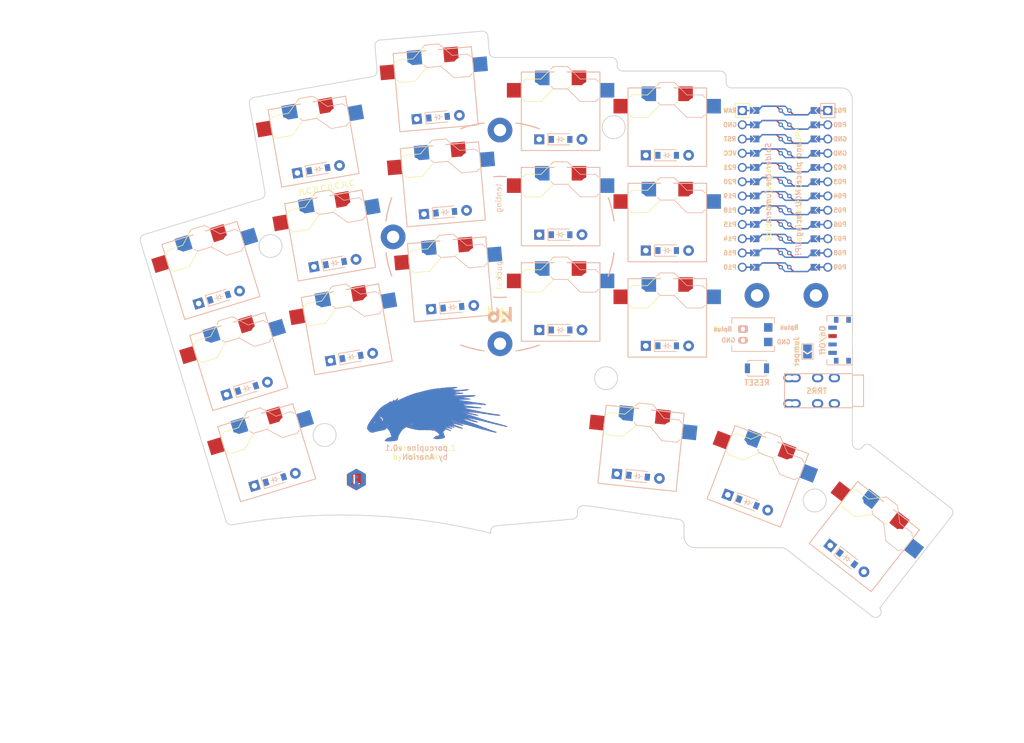
<source format=kicad_pcb>
(kicad_pcb (version 20221018) (generator pcbnew)
  (title_block (title "porcupine") (rev "v0.0.1") (company "Anarion"))
  (layers (0 "F.Cu" signal) (31 "B.Cu" signal) (34 "B.Paste" user) (35 "F.Paste" user) (36 "B.SilkS" user "B.Silkscreen") (37 "F.SilkS" user "F.Silkscreen") (38 "B.Mask" user) (39 "F.Mask" user) (44 "Edge.Cuts" user))
  (net 0 "")
  (net 1 "pinky_bottom")
  (net 2 "P20")
  (net 3 "pinky_home")
  (net 4 "pinky_top")
  (net 5 "ring_bottom")
  (net 6 "P19")
  (net 7 "ring_home")
  (net 8 "ring_top")
  (net 9 "middle_bottom")
  (net 10 "P18")
  (net 11 "middle_home")
  (net 12 "middle_top")
  (net 13 "index_bottom")
  (net 14 "P15")
  (net 15 "index_home")
  (net 16 "index_top")
  (net 17 "inner_bottom")
  (net 18 "P14")
  (net 19 "inner_home")
  (net 20 "inner_top")
  (net 21 "near_thumb")
  (net 22 "home_thumb")
  (net 23 "far_thumb")
  (net 24 "P6")
  (net 25 "P5")
  (net 26 "P4")
  (net 27 "RAW")
  (net 28 "GND")
  (net 29 "RST")
  (net 30 "VCC")
  (net 31 "P21")
  (net 32 "P16")
  (net 33 "P10")
  (net 34 "P1")
  (net 35 "P0")
  (net 36 "P2")
  (net 37 "P3")
  (net 38 "P7")
  (net 39 "P8")
  (net 40 "P9")
  (net 41 "Bplus")
  (footprint "lib:bat2p0" (layer "F.Cu") (at 259.911087 129.683517)
    (fp_text reference "_2" hide)
    (fp_text value "" hide)
  )
  (footprint "Diode_SMD:SOD-123" (layer "F.Cu") (at 205.574253 90.896635 5)
    (fp_text reference "D9" hide)
    (fp_text value "D_SOD-123")
  )
  (footprint "Jumper:SolderJumper-2_P1.3mm_Open_TrianglePad1.0x1.5mm" (layer "F.Cu") (at 271.411087 132.683517 -90)
    (fp_text reference "J2" hide)
    (fp_text value "Jumper")
  )
  (footprint "PG1350" (layer "F.Cu") (at 241.75167 149.95235 -6)
    (fp_text reference "S16" hide)
    (fp_text value "" hide)
  )
  (footprint "Button_Switch_SMD:SW_SPDT_PCM12" (layer "F.Cu") (at 277.311087 130.683517 90)
    (fp_text reference "_3" hide)
    (fp_text value "")
  )
  (footprint "PG1350" (layer "F.Cu") (at 227.411087 89.850184)
    (fp_text reference "S12" hide)
    (fp_text value "" hide)
  )
  (footprint "PG1350" (layer "F.Cu") (at 227.411087 123.850184)
    (fp_text reference "S10" hide)
    (fp_text value "" hide)
  )
  (footprint "Diode_SMD:SOD-123" (layer "F.Cu") (at 260.764968 159.615123 -21)
    (fp_text reference "D17" hide)
    (fp_text value "D_SOD-123")
  )
  (footprint "PG1350" (layer "F.Cu") (at 183.38711 95.254933 10)
    (fp_text reference "S6" hide)
    (fp_text value "" hide)
  )
  (footprint "Diode_SMD:SOD-123" (layer "F.Cu") (at 166.550902 123.009981 17)
    (fp_text reference "D3" hide)
    (fp_text value "D_SOD-123")
  )
  (footprint "PG1350" (layer "F.Cu") (at 246.411087 109.683517)
    (fp_text reference "S14" hide)
    (fp_text value "" hide)
  )
  (footprint "Porcupine Logo" (layer "F.Cu") (at 205.411087 143.850184)
    (fp_text reference "LOGO_F" hide)
    (fp_text value "" hide)
  )
  (footprint "Side Indicator" (layer "F.Cu") (at 189.611087 154.450184)
    (fp_text reference "Side_F" hide)
    (fp_text value "" hide)
  )
  (footprint "PG1350" (layer "F.Cu") (at 206.420883 102.868402 5)
    (fp_text reference "S8" hide)
    (fp_text value "" hide)
  )
  (footprint "PG1350" (layer "F.Cu") (at 165.089043 118.228457 17)
    (fp_text reference "S3" hide)
    (fp_text value "" hide)
  )
  (footprint "Diode_SMD:SOD-123" (layer "F.Cu") (at 184.25535 100.178972 10)
    (fp_text reference "D6" hide)
    (fp_text value "D_SOD-123")
  )
  (footprint "PG1350" (layer "F.Cu") (at 205.138474 85.915661 5)
    (fp_text reference "S9" hide)
    (fp_text value "" hide)
  )
  (footprint "ProMicro" (layer "F.Cu") (at 267.411087 103.683517 -90)
    (fp_text reference "MCU1" hide)
    (fp_text value "")
  )
  (footprint "Tenting Puck" (layer "F.Cu") (at 216.611087 112.250184)
    (fp_text reference "_7" hide)
    (fp_text value "Tenting Puck")
  )
  (footprint "Diode_SMD:SOD-123" (layer "F.Cu") (at 227.411087 111.850184)
    (fp_text reference "D11" hide)
    (fp_text value "D_SOD-123")
  )
  (footprint "TRRS-PJ-320A-dual" (layer "F.Cu") (at 279.411087 139.683517 -90)
    (fp_text reference "TRRS_F")
    (fp_text value "AudioJack4" hide)
  )
  (footprint "PG1350" (layer "F.Cu") (at 175.029681 150.742819 17)
    (fp_text reference "S1" hide)
    (fp_text value "" hide)
  )
  (footprint "SMDPad" (layer "F.Cu") (at 264.411087 128.383517)
    (fp_text reference "PAD1" hide)
    (fp_text value "" hide)
  )
  (footprint "PG1350" (layer "F.Cu") (at 246.411087 92.683517)
    (fp_text reference "S15" hide)
    (fp_text value "" hide)
  )
  (footprint "Diode_SMD:SOD-123" (layer "F.Cu") (at 176.49154 155.524343 17)
    (fp_text reference "D1" hide)
    (fp_text value "D_SOD-123")
  )
  (footprint "PG1350" (layer "F.Cu") (at 246.411087 126.683517)
    (fp_text reference "S13" hide)
    (fp_text value "" hide)
  )
  (footprint "Diode_SMD:SOD-123" (layer "F.Cu") (at 171.521221 139.267162 17)
    (fp_text reference "D2" hide)
    (fp_text value "D_SOD-123")
  )
  (footprint "Diode_SMD:SOD-123" (layer "F.Cu") (at 246.411087 131.683517)
    (fp_text reference "D13" hide)
    (fp_text value "D_SOD-123")
  )
  (footprint "PG1350" (layer "F.Cu") (at 170.059362 134.485638 17)
    (fp_text reference "S2" hide)
    (fp_text value "" hide)
  )
  (footprint "Diode_SMD:SOD-123" (layer "F.Cu") (at 227.411087 128.850184)
    (fp_text reference "D10" hide)
    (fp_text value "D_SOD-123")
  )
  (footprint "PG1350" (layer "F.Cu") (at 186.339129 111.996665 10)
    (fp_text reference "S5" hide)
    (fp_text value "" hide)
  )
  (footprint "Diode_SMD:SOD-123" (layer "F.Cu") (at 206.856661 107.849376 5)
    (fp_text reference "D8" hide)
    (fp_text value "D_SOD-123")
  )
  (footprint "PG1350" (layer "F.Cu") (at 207.703291 119.821143 5)
    (fp_text reference "S7" hide)
    (fp_text value "" hide)
  )
  (footprint "Diode_SMD:SOD-123" (layer "F.Cu") (at 190.159388 133.662435 10)
    (fp_text reference "D4" hide)
    (fp_text value "D_SOD-123")
  )
  (footprint "PG1350" (layer "F.Cu") (at 281.55032 165.693234 -38)
    (fp_text reference "S18" hide)
    (fp_text value "" hide)
  )
  (footprint "Button_Switch_SMD:SW_SPST_B3U-1000P" (layer "F.Cu") (at 262.411087 135.683517)
    (fp_text reference "_4_F" hide)
    (fp_text value "SW_Push")
  )
  (footprint "Diode_SMD:SOD-123" (layer "F.Cu") (at 208.13907 124.802117 5)
    (fp_text reference "D7" hide)
    (fp_text value "D_SOD-123")
  )
  (footprint "Diode_SMD:SOD-123" (layer "F.Cu") (at 187.207369 116.920704 10)
    (fp_text reference "D5" hide)
    (fp_text value "D_SOD-123")
  )
  (footprint "Through Hole" (layer "F.Cu") (at 262.411087 122.683517)
    (fp_text reference "_71" hide)
    (fp_text value "hole" hide)
  )
  (footprint "Diode_SMD:SOD-123" (layer "F.Cu") (at 227.411087 94.850184)
    (fp_text reference "D12" hide)
    (fp_text value "D_SOD-123")
  )
  (footprint "SMDPad" (layer "F.Cu") (at 264.411087 130.983517)
    (fp_text reference "PAD2" hide)
    (fp_text value "" hide)
  )
  (footprint "PG1350" (layer "F.Cu") (at 189.291148 128.738397 10)
    (fp_text reference "S4" hide)
    (fp_text value "" hide)
  )
  (footprint "Diode_SMD:SOD-123" (layer "F.Cu") (at 278.472013 169.633288 -38)
    (fp_text reference "D18" hide)
    (fp_text value "D_SOD-123")
  )
  (footprint "Diode_SMD:SOD-123" (layer "F.Cu") (at 241.229028 154.924959 -6)
    (fp_text reference "D16" hide)
    (fp_text value "D_SOD-123")
  )
  (footprint "Diode_SMD:SOD-123" (layer "F.Cu") (at 246.411087 114.683517)
    (fp_text reference "D14" hide)
    (fp_text value "D_SOD-123")
  )
  (footprint "PG1350" (layer "F.Cu") (at 262.556808 154.947221 -21)
    (fp_text reference "S17" hide)
    (fp_text value "" hide)
  )
  (footprint "Diode_SMD:SOD-123" (layer "F.Cu") (at 246.411087 97.683517)
    (fp_text reference "D15" hide)
    (fp_text value "D_SOD-123")
  )
  (footprint "PG1350" (layer "F.Cu") (at 227.411087 106.850184)
    (fp_text reference "S11" hide)
    (fp_text value "" hide)
  )
  (footprint "Through Hole" (layer "F.Cu") (at 272.911087 122.683517)
    (fp_text reference "_72" hide)
    (fp_text value "hole" hide)
  )
  (footprint "Side Indicator" (layer "B.Cu") (at 189.611087 158.410184)
    (fp_text reference "Side_B" hide)
    (fp_text value "" hide)
  )
  (footprint "Button_Switch_SMD:SW_SPST_B3U-1000P" (layer "B.Cu") (at 262.411087 135.683517)
    (fp_text reference "_4_B" hide)
    (fp_text value "SW_Push")
  )
  (footprint "TRRS-PJ-320A-dual" (layer "B.Cu") (at 279.411087 139.683517 -90)
    (fp_text reference "TRRS_B")
    (fp_text value "AudioJack4" hide)
  )
  (footprint "Jumper:SolderJumper-2_P1.3mm_Open_TrianglePad1.0x1.5mm" (layer "B.Cu") (at 271.411087 132.683517 -90)
    (fp_text reference "J1" hide)
    (fp_text value "Jumper")
  )
  (footprint "Porcupine Logo" (layer "B.Cu") (at 205.411087 143.850184)
    (fp_text reference "LOGO_B" hide)
    (fp_text value "" hide)
  )
  (gr_line (start 253.411087 85.683517) (end 239.411087 85.683517) (stroke (width 0.15)) (layer "B.SilkS"))
  (gr_line (start 201.340019 127.404596) (end 215.286744 126.184416) (stroke (width 0.15)) (layer "B.SilkS"))
  (gr_line (start 197.555021 79.552388) (end 198.775201 93.499114) (stroke (width 0.15)) (layer "B.SilkS"))
  (gr_line (start 249.445023 143.722396) (end 235.521716 142.258997) (stroke (width 0.15)) (layer "B.SilkS"))
  (gr_line (start 174.706893 125.744903) (end 161.318627 129.838107) (stroke (width 0.15)) (layer "B.SilkS"))
  (gr_line (start 197.400339 134.416514) (end 194.969265 120.629205) (stroke (width 0.15)) (layer "B.SilkS"))
  (gr_line (start 191.496301 100.93305) (end 189.065227 87.145742) (stroke (width 0.15)) (layer "B.SilkS"))
  (gr_line (start 234.411087 113.850184) (end 234.411087 99.850184) (stroke (width 0.15)) (layer "B.SilkS"))
  (gr_line (start 247.981624 157.645702) (end 249.445023 143.722396) (stroke (width 0.15)) (layer "B.SilkS"))
  (gr_line (start 253.411087 99.683517) (end 253.411087 85.683517) (stroke (width 0.15)) (layer "B.SilkS"))
  (gr_line (start 212.784155 95.284949) (end 198.837429 96.505129) (stroke (width 0.15)) (layer "B.SilkS"))
  (gr_line (start 183.613031 136.847588) (end 197.400339 134.416514) (stroke (width 0.15)) (layer "B.SilkS"))
  (gr_line (start 239.411087 133.683517) (end 253.411087 133.683517) (stroke (width 0.15)) (layer "B.SilkS"))
  (gr_line (start 194.44832 117.674782) (end 192.017246 103.887473) (stroke (width 0.15)) (layer "B.SilkS"))
  (gr_line (start 160.441512 126.969192) (end 173.829778 122.875989) (stroke (width 0.15)) (layer "B.SilkS"))
  (gr_line (start 239.411087 85.683517) (end 239.411087 99.683517) (stroke (width 0.15)) (layer "B.SilkS"))
  (gr_line (start 181.181956 123.06028) (end 183.613031 136.847588) (stroke (width 0.15)) (layer "B.SilkS"))
  (gr_line (start 214.066564 112.23769) (end 200.119838 113.45787) (stroke (width 0.15)) (layer "B.SilkS"))
  (gr_line (start 161.318627 129.838107) (end 165.411831 143.226373) (stroke (width 0.15)) (layer "B.SilkS"))
  (gr_line (start 253.411087 116.683517) (end 253.411087 102.683517) (stroke (width 0.15)) (layer "B.SilkS"))
  (gr_line (start 175.277918 89.576816) (end 177.708993 103.364125) (stroke (width 0.15)) (layer "B.SilkS"))
  (gr_line (start 180.661012 120.105856) (end 194.44832 117.674782) (stroke (width 0.15)) (layer "B.SilkS"))
  (gr_line (start 234.411087 116.850184) (end 220.411087 116.850184) (stroke (width 0.15)) (layer "B.SilkS"))
  (gr_line (start 215.286744 126.184416) (end 214.066564 112.23769) (stroke (width 0.15)) (layer "B.SilkS"))
  (gr_line (start 271.600447 150.920734) (end 258.530321 145.903583) (stroke (width 0.15)) (layer "B.SilkS"))
  (gr_line (start 253.411087 119.683517) (end 239.411087 119.683517) (stroke (width 0.15)) (layer "B.SilkS"))
  (gr_line (start 166.288946 146.095288) (end 170.38215 159.483554) (stroke (width 0.15)) (layer "B.SilkS"))
  (gr_line (start 169.736574 109.487722) (end 156.348308 113.580926) (stroke (width 0.15)) (layer "B.SilkS"))
  (gr_line (start 165.411831 143.226373) (end 178.800097 139.13317) (stroke (width 0.15)) (layer "B.SilkS"))
  (gr_line (start 156.348308 113.580926) (end 160.441512 126.969192) (stroke (width 0.15)) (layer "B.SilkS"))
  (gr_line (start 220.411087 113.850184) (end 234.411087 113.850184) (stroke (width 0.15)) (layer "B.SilkS"))
  (gr_line (start 253.513169 158.973709) (end 266.583295 163.99086) (stroke (width 0.15)) (layer "B.SilkS"))
  (gr_line (start 280.343876 155.867528) (end 271.724615 166.899679) (stroke (width 0.15)) (layer "B.SilkS"))
  (gr_line (start 214.004336 109.231675) (end 212.784155 95.284949) (stroke (width 0.15)) (layer "B.SilkS"))
  (gr_line (start 173.829778 122.875989) (end 169.736574 109.487722) (stroke (width 0.15)) (layer "B.SilkS"))
  (gr_line (start 253.411087 133.683517) (end 253.411087 119.683517) (stroke (width 0.15)) (layer "B.SilkS"))
  (gr_line (start 194.969265 120.629205) (end 181.181956 123.06028) (stroke (width 0.15)) (layer "B.SilkS"))
  (gr_line (start 192.017246 103.887473) (end 178.229937 106.318548) (stroke (width 0.15)) (layer "B.SilkS"))
  (gr_line (start 253.411087 102.683517) (end 239.411087 102.683517) (stroke (width 0.15)) (layer "B.SilkS"))
  (gr_line (start 271.724615 166.899679) (end 282.756765 175.518939) (stroke (width 0.15)) (layer "B.SilkS"))
  (gr_line (start 234.411087 82.850184) (end 220.411087 82.850184) (stroke (width 0.15)) (layer "B.SilkS"))
  (gr_line (start 170.38215 159.483554) (end 183.770416 155.39035) (stroke (width 0.15)) (layer "B.SilkS"))
  (gr_line (start 200.05761 110.451855) (end 214.004336 109.231675) (stroke (width 0.15)) (layer "B.SilkS"))
  (gr_line (start 189.065227 87.145742) (end 175.277918 89.576816) (stroke (width 0.15)) (layer "B.SilkS"))
  (gr_line (start 220.411087 82.850184) (end 220.411087 96.850184) (stroke (width 0.15)) (layer "B.SilkS"))
  (gr_line (start 239.411087 99.683517) (end 253.411087 99.683517) (stroke (width 0.15)) (layer "B.SilkS"))
  (gr_line (start 291.376026 164.486789) (end 280.343876 155.867528) (stroke (width 0.15)) (layer "B.SilkS"))
  (gr_line (start 239.411087 116.683517) (end 253.411087 116.683517) (stroke (width 0.15)) (layer "B.SilkS"))
  (gr_line (start 220.411087 96.850184) (end 234.411087 96.850184) (stroke (width 0.15)) (layer "B.SilkS"))
  (gr_line (start 239.411087 102.683517) (end 239.411087 116.683517) (stroke (width 0.15)) (layer "B.SilkS"))
  (gr_line (start 235.521716 142.258997) (end 234.058318 156.182304) (stroke (width 0.15)) (layer "B.SilkS"))
  (gr_line (start 198.837429 96.505129) (end 200.05761 110.451855) (stroke (width 0.15)) (layer "B.SilkS"))
  (gr_line (start 234.411087 96.850184) (end 234.411087 82.850184) (stroke (width 0.15)) (layer "B.SilkS"))
  (gr_line (start 179.677212 142.002084) (end 166.288946 146.095288) (stroke (width 0.15)) (layer "B.SilkS"))
  (gr_line (start 220.411087 116.850184) (end 220.411087 130.850184) (stroke (width 0.15)) (layer "B.SilkS"))
  (gr_line (start 220.411087 130.850184) (end 234.411087 130.850184) (stroke (width 0.15)) (layer "B.SilkS"))
  (gr_line (start 178.229937 106.318548) (end 180.661012 120.105856) (stroke (width 0.15)) (layer "B.SilkS"))
  (gr_line (start 211.501747 78.332208) (end 197.555021 79.552388) (stroke (width 0.15)) (layer "B.SilkS"))
  (gr_line (start 234.058318 156.182304) (end 247.981624 157.645702) (stroke (width 0.15)) (layer "B.SilkS"))
  (gr_line (start 200.119838 113.45787) (end 201.340019 127.404596) (stroke (width 0.15)) (layer "B.SilkS"))
  (gr_line (start 198.775201 93.499114) (end 212.721927 92.278934) (stroke (width 0.15)) (layer "B.SilkS"))
  (gr_line (start 266.583295 163.99086) (end 271.600447 150.920734) (stroke (width 0.15)) (layer "B.SilkS"))
  (gr_line (start 183.770416 155.39035) (end 179.677212 142.002084) (stroke (width 0.15)) (layer "B.SilkS"))
  (gr_line (start 282.756765 175.518939) (end 291.376026 164.486789) (stroke (width 0.15)) (layer "B.SilkS"))
  (gr_line (start 239.411087 119.683517) (end 239.411087 133.683517) (stroke (width 0.15)) (layer "B.SilkS"))
  (gr_line (start 258.530321 145.903583) (end 253.513169 158.973709) (stroke (width 0.15)) (layer "B.SilkS"))
  (gr_line (start 220.411087 99.850184) (end 220.411087 113.850184) (stroke (width 0.15)) (layer "B.SilkS"))
  (gr_line (start 178.800097 139.13317) (end 174.706893 125.744903) (stroke (width 0.15)) (layer "B.SilkS"))
  (gr_line (start 212.721927 92.278934) (end 211.501747 78.332208) (stroke (width 0.15)) (layer "B.SilkS"))
  (gr_line (start 234.411087 130.850184) (end 234.411087 116.850184) (stroke (width 0.15)) (layer "B.SilkS"))
  (gr_line (start 234.411087 99.850184) (end 220.411087 99.850184) (stroke (width 0.15)) (layer "B.SilkS"))
  (gr_line (start 177.708993 103.364125) (end 191.496301 100.93305) (stroke (width 0.15)) (layer "B.SilkS"))
  (gr_line (start 258.530321 145.903583) (end 253.513169 158.973709) (stroke (width 0.15)) (layer "F.SilkS"))
  (gr_line (start 220.411087 82.850184) (end 220.411087 96.850184) (stroke (width 0.15)) (layer "F.SilkS"))
  (gr_line (start 234.411087 99.850184) (end 220.411087 99.850184) (stroke (width 0.15)) (layer "F.SilkS"))
  (gr_line (start 212.784155 95.284949) (end 198.837429 96.505129) (stroke (width 0.15)) (layer "F.SilkS"))
  (gr_line (start 166.288946 146.095288) (end 170.38215 159.483554) (stroke (width 0.15)) (layer "F.SilkS"))
  (gr_line (start 212.721927 92.278934) (end 211.501747 78.332208) (stroke (width 0.15)) (layer "F.SilkS"))
  (gr_line (start 191.496301 100.93305) (end 189.065227 87.145742) (stroke (width 0.15)) (layer "F.SilkS"))
  (gr_line (start 253.411087 133.683517) (end 253.411087 119.683517) (stroke (width 0.15)) (layer "F.SilkS"))
  (gr_line (start 247.981624 157.645702) (end 249.445023 143.722396) (stroke (width 0.15)) (layer "F.SilkS"))
  (gr_line (start 234.411087 96.850184) (end 234.411087 82.850184) (stroke (width 0.15)) (layer "F.SilkS"))
  (gr_line (start 201.340019 127.404596) (end 215.286744 126.184416) (stroke (width 0.15)) (layer "F.SilkS"))
  (gr_line (start 197.400339 134.416514) (end 194.969265 120.629205) (stroke (width 0.15)) (layer "F.SilkS"))
  (gr_line (start 253.411087 102.683517) (end 239.411087 102.683517) (stroke (width 0.15)) (layer "F.SilkS"))
  (gr_line (start 170.38215 159.483554) (end 183.770416 155.39035) (stroke (width 0.15)) (layer "F.SilkS"))
  (gr_line (start 239.411087 102.683517) (end 239.411087 116.683517) (stroke (width 0.15)) (layer "F.SilkS"))
  (gr_line (start 194.44832 117.674782) (end 192.017246 103.887473) (stroke (width 0.15)) (layer "F.SilkS"))
  (gr_line (start 235.521716 142.258997) (end 234.058318 156.182304) (stroke (width 0.15)) (layer "F.SilkS"))
  (gr_line (start 174.706893 125.744903) (end 161.318627 129.838107) (stroke (width 0.15)) (layer "F.SilkS"))
  (gr_line (start 234.411087 113.850184) (end 234.411087 99.850184) (stroke (width 0.15)) (layer "F.SilkS"))
  (gr_line (start 239.411087 85.683517) (end 239.411087 99.683517) (stroke (width 0.15)) (layer "F.SilkS"))
  (gr_line (start 198.775201 93.499114) (end 212.721927 92.278934) (stroke (width 0.15)) (layer "F.SilkS"))
  (gr_line (start 165.411831 143.226373) (end 178.800097 139.13317) (stroke (width 0.15)) (layer "F.SilkS"))
  (gr_line (start 177.708993 103.364125) (end 191.496301 100.93305) (stroke (width 0.15)) (layer "F.SilkS"))
  (gr_line (start 234.411087 116.850184) (end 220.411087 116.850184) (stroke (width 0.15)) (layer "F.SilkS"))
  (gr_line (start 214.066564 112.23769) (end 200.119838 113.45787) (stroke (width 0.15)) (layer "F.SilkS"))
  (gr_line (start 253.411087 85.683517) (end 239.411087 85.683517) (stroke (width 0.15)) (layer "F.SilkS"))
  (gr_line (start 220.411087 113.850184) (end 234.411087 113.850184) (stroke (width 0.15)) (layer "F.SilkS"))
  (gr_line (start 271.724615 166.899679) (end 282.756765 175.518939) (stroke (width 0.15)) (layer "F.SilkS"))
  (gr_line (start 271.600447 150.920734) (end 258.530321 145.903583) (stroke (width 0.15)) (layer "F.SilkS"))
  (gr_line (start 211.501747 78.332208) (end 197.555021 79.552388) (stroke (width 0.15)) (layer "F.SilkS"))
  (gr_line (start 197.555021 79.552388) (end 198.775201 93.499114) (stroke (width 0.15)) (layer "F.SilkS"))
  (gr_line (start 239.411087 116.683517) (end 253.411087 116.683517) (stroke (width 0.15)) (layer "F.SilkS"))
  (gr_line (start 266.583295 163.99086) (end 271.600447 150.920734) (stroke (width 0.15)) (layer "F.SilkS"))
  (gr_line (start 253.411087 119.683517) (end 239.411087 119.683517) (stroke (width 0.15)) (layer "F.SilkS"))
  (gr_line (start 160.441512 126.969192) (end 173.829778 122.875989) (stroke (width 0.15)) (layer "F.SilkS"))
  (gr_line (start 291.376026 164.486789) (end 280.343876 155.867528) (stroke (width 0.15)) (layer "F.SilkS"))
  (gr_line (start 214.004336 109.231675) (end 212.784155 95.284949) (stroke (width 0.15)) (layer "F.SilkS"))
  (gr_line (start 175.277918 89.576816) (end 177.708993 103.364125) (stroke (width 0.15)) (layer "F.SilkS"))
  (gr_line (start 181.181956 123.06028) (end 183.613031 136.847588) (stroke (width 0.15)) (layer "F.SilkS"))
  (gr_line (start 161.318627 129.838107) (end 165.411831 143.226373) (stroke (width 0.15)) (layer "F.SilkS"))
  (gr_line (start 280.343876 155.867528) (end 271.724615 166.899679) (stroke (width 0.15)) (layer "F.SilkS"))
  (gr_line (start 178.229937 106.318548) (end 180.661012 120.105856) (stroke (width 0.15)) (layer "F.SilkS"))
  (gr_line (start 189.065227 87.145742) (end 175.277918 89.576816) (stroke (width 0.15)) (layer "F.SilkS"))
  (gr_line (start 220.411087 96.850184) (end 234.411087 96.850184) (stroke (width 0.15)) (layer "F.SilkS"))
  (gr_line (start 183.613031 136.847588) (end 197.400339 134.416514) (stroke (width 0.15)) (layer "F.SilkS"))
  (gr_line (start 192.017246 103.887473) (end 178.229937 106.318548) (stroke (width 0.15)) (layer "F.SilkS"))
  (gr_line (start 194.969265 120.629205) (end 181.181956 123.06028) (stroke (width 0.15)) (layer "F.SilkS"))
  (gr_line (start 215.286744 126.184416) (end 214.066564 112.23769) (stroke (width 0.15)) (layer "F.SilkS"))
  (gr_line (start 200.119838 113.45787) (end 201.340019 127.404596) (stroke (width 0.15)) (layer "F.SilkS"))
  (gr_line (start 253.411087 99.683517) (end 253.411087 85.683517) (stroke (width 0.15)) (layer "F.SilkS"))
  (gr_line (start 239.411087 99.683517) (end 253.411087 99.683517) (stroke (width 0.15)) (layer "F.SilkS"))
  (gr_line (start 234.058318 156.182304) (end 247.981624 157.645702) (stroke (width 0.15)) (layer "F.SilkS"))
  (gr_line (start 180.661012 120.105856) (end 194.44832 117.674782) (stroke (width 0.15)) (layer "F.SilkS"))
  (gr_line (start 179.677212 142.002084) (end 166.288946 146.095288) (stroke (width 0.15)) (layer "F.SilkS"))
  (gr_line (start 282.756765 175.518939) (end 291.376026 164.486789) (stroke (width 0.15)) (layer "F.SilkS"))
  (gr_line (start 253.411087 116.683517) (end 253.411087 102.683517) (stroke (width 0.15)) (layer "F.SilkS"))
  (gr_line (start 169.736574 109.487722) (end 156.348308 113.580926) (stroke (width 0.15)) (layer "F.SilkS"))
  (gr_line (start 220.411087 116.850184) (end 220.411087 130.850184) (stroke (width 0.15)) (layer "F.SilkS"))
  (gr_line (start 173.829778 122.875989) (end 169.736574 109.487722) (stroke (width 0.15)) (layer "F.SilkS"))
  (gr_line (start 178.800097 139.13317) (end 174.706893 125.744903) (stroke (width 0.15)) (layer "F.SilkS"))
  (gr_line (start 220.411087 130.850184) (end 234.411087 130.850184) (stroke (width 0.15)) (layer "F.SilkS"))
  (gr_line (start 183.770416 155.39035) (end 179.677212 142.002084) (stroke (width 0.15)) (layer "F.SilkS"))
  (gr_line (start 234.411087 82.850184) (end 220.411087 82.850184) (stroke (width 0.15)) (layer "F.SilkS"))
  (gr_line (start 249.445023 143.722396) (end 235.521716 142.258997) (stroke (width 0.15)) (layer "F.SilkS"))
  (gr_line (start 198.837429 96.505129) (end 200.05761 110.451855) (stroke (width 0.15)) (layer "F.SilkS"))
  (gr_line (start 253.513169 158.973709) (end 266.583295 163.99086) (stroke (width 0.15)) (layer "F.SilkS"))
  (gr_line (start 156.348308 113.580926) (end 160.441512 126.969192) (stroke (width 0.15)) (layer "F.SilkS"))
  (gr_line (start 200.05761 110.451855) (end 214.004336 109.231675) (stroke (width 0.15)) (layer "F.SilkS"))
  (gr_line (start 239.411087 133.683517) (end 253.411087 133.683517) (stroke (width 0.15)) (layer "F.SilkS"))
  (gr_line (start 220.411087 99.850184) (end 220.411087 113.850184) (stroke (width 0.15)) (layer "F.SilkS"))
  (gr_line (start 239.411087 119.683517) (end 239.411087 133.683517) (stroke (width 0.15)) (layer "F.SilkS"))
  (gr_line (start 234.411087 130.850184) (end 234.411087 116.850184) (stroke (width 0.15)) (layer "F.SilkS"))
  (gr_line (start 214.450501 76.468114) (end 214.701526 79.33734) (stroke (width 0.15)) (layer "Edge.Cuts"))
  (gr_arc (start 215.69772 80.250184) (mid 215.022123 79.987468) (end 214.701526 79.33734) (stroke (width 0.15)) (layer "Edge.Cuts"))
  (gr_arc (start 174.730405 104.323902) (mid 174.598213 105.020021) (end 174.037969 105.453855) (stroke (width 0.15)) (layer "Edge.Cuts"))
  (gr_arc (start 236.511087 80.250184) (mid 237.218208 80.543072) (end 237.511087 81.250184) (stroke (width 0.15)) (layer "Edge.Cuts"))
  (gr_line (start 153.19738 111.825463) (end 174.037969 105.453855) (stroke (width 0.15)) (layer "Edge.Cuts"))
  (gr_arc (start 214.96877 164.946787) (mid 215.160206 164.164345) (end 215.866422 163.776944) (stroke (width 0.15)) (layer "Edge.Cuts"))
  (gr_line (start 229.513226 162.583004) (end 215.866422 163.776944) (stroke (width 0.15)) (layer "Edge.Cuts"))
  (gr_circle (center 235.511087 137.450184) (end 237.561087 137.450184) (stroke (width 0.15)) (fill none) (layer "Edge.Cuts"))
  (gr_line (start 282.690853 149.452569) (end 296.953847 160.596042) (stroke (width 0.15)) (layer "Edge.Cuts"))
  (gr_line (start 277.411087 85.683517) (end 257.911087 85.683517) (stroke (width 0.15)) (layer "Edge.Cuts"))
  (gr_arc (start 168.901145 163.594181) (mid 168.202896 163.463653) (end 167.767477 162.902407) (stroke (width 0.15)) (layer "Edge.Cuts"))
  (gr_line (start 284.299253 178.417454) (end 284.416997 178.640098) (stroke (width 0.15)) (layer "Edge.Cuts"))
  (gr_arc (start 171.947177 88.539433) (mid 172.112839 87.792214) (end 172.758337 87.380977) (stroke (width 0.15)) (layer "Edge.Cuts"))
  (gr_line (start 214.96877 164.946787) (end 214.997813 165.111503) (stroke (width 0.15)) (layer "Edge.Cuts"))
  (gr_arc (start 230.402324 161.271729) (mid 230.681353 160.487708) (end 231.457062 160.186289) (stroke (width 0.15)) (layer "Edge.Cuts"))
  (gr_arc (start 281.28718 149.624919) (mid 281.953324 149.248035) (end 282.690853 149.452569) (stroke (width 0.15)) (layer "Edge.Cuts"))
  (gr_arc (start 255.911087 82.683517) (mid 256.618196 82.976407) (end 256.911087 83.683517) (stroke (width 0.15)) (layer "Edge.Cuts"))
  (gr_line (start 152.533446 113.074139) (end 167.767477 162.902407) (stroke (width 0.15)) (layer "Edge.Cuts"))
  (gr_line (start 215.69772 80.250184) (end 236.511087 80.250184) (stroke (width 0.15)) (layer "Edge.Cuts"))
  (gr_circle (center 185.357772 147.585205) (end 187.407772 147.585205) (stroke (width 0.15)) (fill none) (layer "Edge.Cuts"))
  (gr_line (start 281.199098 149.737659) (end 281.28718 149.624919) (stroke (width 0.15)) (layer "Edge.Cuts"))
  (gr_line (start 248.559371 162.644031) (end 232.669436 160.261464) (stroke (width 0.15)) (layer "Edge.Cuts"))
  (gr_line (start 237.511087 81.250184) (end 237.511087 81.683517) (stroke (width 0.15)) (layer "Edge.Cuts"))
  (gr_line (start 230.402325 161.271729) (end 230.422265 161.499653) (stroke (width 0.15)) (layer "Edge.Cuts"))
  (gr_arc (start 257.911087 85.683517) (mid 257.203983 85.39062) (end 256.911087 84.683517) (stroke (width 0.15)) (layer "Edge.Cuts"))
  (gr_arc (start 296.953847 160.596042) (mid 297.33077 161.262193) (end 297.126196 161.999714) (stroke (width 0.15)) (layer "Edge.Cuts"))
  (gr_arc (start 213.36715 75.559075) (mid 214.097099 75.789226) (end 214.450501 76.468114) (stroke (width 0.15)) (layer "Edge.Cuts"))
  (gr_arc (start 194.327368 78.22866) (mid 194.557514 77.498703) (end 195.236407 77.145309) (stroke (width 0.15)) (layer "Edge.Cuts"))
  (gr_line (start 172.758337 87.380977) (end 193.885835 83.655629) (stroke (width 0.15)) (layer "Edge.Cuts"))
  (gr_arc (start 284.416997 178.640098) (mid 284.174935 179.874365) (end 282.917341 179.895606) (stroke (width 0.15)) (layer "Edge.Cuts"))
  (gr_arc (start 238.511087 82.683517) (mid 237.803983 82.39062) (end 237.511087 81.683517) (stroke (width 0.15)) (layer "Edge.Cuts"))
  (gr_arc (start 152.533446 113.074139) (mid 152.606821 112.312307) (end 153.19738 111.825463) (stroke (width 0.15)) (layer "Edge.Cuts"))
  (gr_line (start 256.911087 84.683517) (end 256.911087 83.683517) (stroke (width 0.15)) (layer "Edge.Cuts"))
  (gr_line (start 195.236407 77.145309) (end 213.36715 75.559075) (stroke (width 0.15)) (layer "Edge.Cuts"))
  (gr_line (start 284.299253 178.417454) (end 297.126196 161.999714) (stroke (width 0.15)) (layer "Edge.Cuts"))
  (gr_arc (start 194.708382 82.583665) (mid 194.505531 83.279567) (end 193.885835 83.655629) (stroke (width 0.15)) (layer "Edge.Cuts"))
  (gr_arc (start 248.559371 162.644031) (mid 249.168825 162.980392) (end 249.411087 163.632976) (stroke (width 0.15)) (layer "Edge.Cuts"))
  (gr_arc (start 168.901145 163.594181) (mid 192.029897 161.909724) (end 214.997813 165.111503) (stroke (width 0.15)) (layer "Edge.Cuts"))
  (gr_line (start 251.411087 167.683517) (end 266.942253 167.683517) (stroke (width 0.15)) (layer "Edge.Cuts"))
  (gr_line (start 282.917341 179.895606) (end 267.557914 167.895507) (stroke (width 0.15)) (layer "Edge.Cuts"))
  (gr_circle (center 272.7 159.25) (end 274.75 159.25) (stroke (width 0.15)) (fill none) (layer "Edge.Cuts"))
  (gr_arc (start 277.411087 85.683517) (mid 278.825303 86.2693) (end 279.411087 87.683517) (stroke (width 0.15)) (layer "Edge.Cuts"))
  (gr_line (start 194.708382 82.583665) (end 194.327368 78.22866) (stroke (width 0.15)) (layer "Edge.Cuts"))
  (gr_arc (start 251.411087 167.683517) (mid 249.996876 167.097727) (end 249.411087 165.683517) (stroke (width 0.15)) (layer "Edge.Cuts"))
  (gr_line (start 171.947177 88.539433) (end 174.730405 104.323902) (stroke (width 0.15)) (layer "Edge.Cuts"))
  (gr_arc (start 232.579694 160.252123) (mid 232.62467 160.255782) (end 232.669436 160.261464) (stroke (width 0.15)) (layer "Edge.Cuts"))
  (gr_line (start 238.511087 82.683517) (end 255.911087 82.683517) (stroke (width 0.15)) (layer "Edge.Cuts"))
  (gr_line (start 249.411087 163.632976) (end 249.411087 165.683517) (stroke (width 0.15)) (layer "Edge.Cuts"))
  (gr_arc (start 281.199098 149.737659) (mid 280.085531 150.067506) (end 279.411087 149.121997) (stroke (width 0.15)) (layer "Edge.Cuts"))
  (gr_circle (center 175.703205 113.872065) (end 177.753205 113.872065) (stroke (width 0.15)) (fill none) (layer "Edge.Cuts"))
  (gr_line (start 232.579694 160.252123) (end 231.457062 160.186289) (stroke (width 0.15)) (layer "Edge.Cuts"))
  (gr_arc (start 266.942253 167.683517) (mid 267.267828 167.737986) (end 267.557914 167.895507) (stroke (width 0.15)) (layer "Edge.Cuts"))
  (gr_line (start 279.411087 149.121997) (end 279.411087 87.683517) (stroke (width 0.15)) (layer "Edge.Cuts"))
  (gr_circle (center 236.871087 92.683517) (end 238.921087 92.683517) (stroke (width 0.15)) (fill none) (layer "Edge.Cuts"))
  (gr_arc (start 230.422265 161.499653) (mid 230.192109 162.229582) (end 229.513226 162.583004) (stroke (width 0.15)) (layer "Edge.Cuts"))
  (gr_text "porcupine v0.1\nby AnarioN" (at 207.411087 150.683517) (layer "B.SilkS") (effects (font (size 1 1)) (justify left mirror)))
  (gr_text "and place MCU facing UP!" (at 269.811087 95.283517 90) (layer "B.SilkS") (effects (font (size 1 1) (thickness 0.15) italic) (justify left mirror)))
  (gr_text "Solder the jumpers," (at 264.411087 95.283517 90) (layer "B.SilkS") (effects (font (size 1 1) (thickness 0.15) italic) (justify left mirror)))
  (gr_text "porcupine v0.1\nby AnarioN" (at 197.411087 150.683517) (layer "F.SilkS") (effects (font (size 1 1)) (justify left)))
  (gr_text "JLCJLCJLCJLC" (at 180.431484 104.407216 10) (layer "F.SilkS") (effects (font (size 1 1)) (justify left)))
  (gr_text "Solder the jumpers," (at 264.411087 113.283517 90) (layer "F.SilkS") (effects (font (size 1 1) (thickness 0.15) italic) (justify left)))
  (gr_text "and place MCU facing UP!" (at 269.811087 113.283517 90) (layer "F.SilkS") (effects (font (size 1 1) (thickness 0.15) italic) (justify left)))
)
</source>
